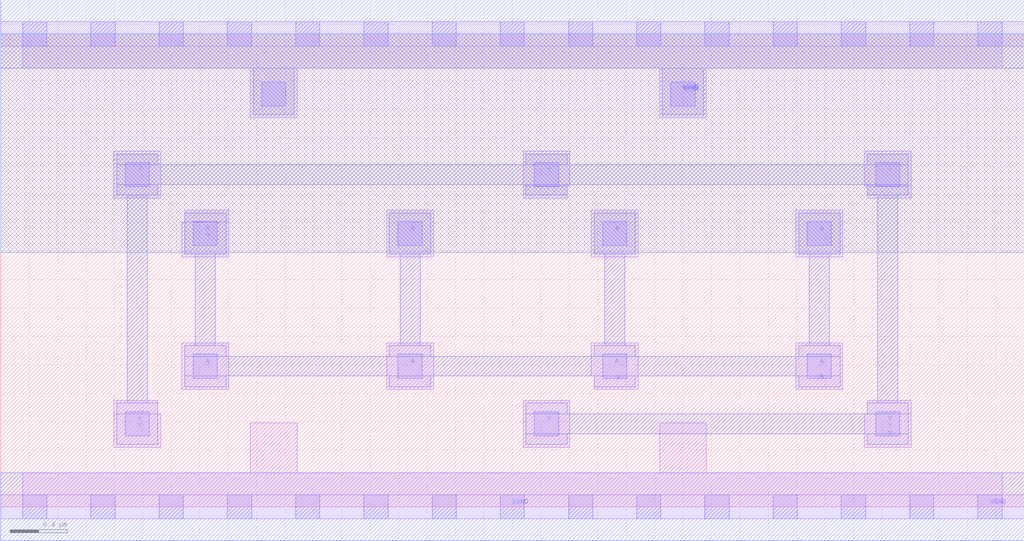
<source format=lef>
VERSION 5.7 ;
  NOWIREEXTENSIONATPIN ON ;
  DIVIDERCHAR "/" ;
  BUSBITCHARS "[]" ;
MACRO INVX8
  CLASS CORE ;
  FOREIGN INVX8 ;
  ORIGIN 0.000 0.000 ;
  SIZE 7.200 BY 3.330 ;
  SYMMETRY X Y ;
  SITE unit ;
  PIN A
    ANTENNAGATEAREA 0.756000 ;
    PORT
      LAYER met1 ;
        RECT 1.295 1.780 1.585 2.070 ;
        RECT 2.735 1.780 3.025 2.070 ;
        RECT 4.175 1.780 4.465 2.070 ;
        RECT 5.615 1.780 5.905 2.070 ;
        RECT 1.370 1.135 1.510 1.780 ;
        RECT 2.810 1.135 2.950 1.780 ;
        RECT 4.250 1.135 4.390 1.780 ;
        RECT 5.690 1.135 5.830 1.780 ;
        RECT 1.295 1.060 1.585 1.135 ;
        RECT 2.735 1.060 3.025 1.135 ;
        RECT 4.175 1.060 4.465 1.135 ;
        RECT 5.615 1.060 5.905 1.135 ;
        RECT 1.295 0.920 5.905 1.060 ;
        RECT 1.295 0.845 1.585 0.920 ;
        RECT 2.735 0.845 3.025 0.920 ;
        RECT 4.175 0.845 4.465 0.920 ;
        RECT 5.615 0.845 5.905 0.920 ;
    END
    PORT
      LAYER li1 ;
        RECT 2.715 0.825 3.045 1.155 ;
      LAYER mcon ;
        RECT 2.795 0.905 2.965 1.075 ;
    END
    PORT
      LAYER li1 ;
        RECT 4.155 0.920 4.485 1.155 ;
        RECT 4.175 0.825 4.485 0.920 ;
      LAYER mcon ;
        RECT 4.235 0.905 4.405 1.075 ;
    END
    PORT
      LAYER li1 ;
        RECT 5.595 0.825 5.925 1.155 ;
      LAYER mcon ;
        RECT 5.675 0.905 5.845 1.075 ;
    END
    PORT
      LAYER li1 ;
        RECT 1.275 0.825 1.605 1.155 ;
      LAYER mcon ;
        RECT 1.355 0.905 1.525 1.075 ;
    END
    PORT
      LAYER li1 ;
        RECT 1.295 2.005 1.605 2.090 ;
        RECT 1.275 1.760 1.605 2.005 ;
      LAYER mcon ;
        RECT 1.355 1.840 1.525 2.010 ;
    END
    PORT
      LAYER li1 ;
        RECT 2.715 1.760 3.045 2.090 ;
      LAYER mcon ;
        RECT 2.795 1.840 2.965 2.010 ;
    END
    PORT
      LAYER li1 ;
        RECT 4.155 1.760 4.485 2.090 ;
      LAYER mcon ;
        RECT 4.235 1.840 4.405 2.010 ;
    END
    PORT
      LAYER li1 ;
        RECT 5.595 1.760 5.925 2.090 ;
      LAYER mcon ;
        RECT 5.675 1.840 5.845 2.010 ;
    END
  END A
  PIN VGND
    ANTENNADIFFAREA 1.083600 ;
    PORT
      LAYER met1 ;
        RECT 0.000 -0.240 7.200 0.240 ;
    END
    PORT
      LAYER li1 ;
        RECT 1.755 0.240 2.085 0.590 ;
        RECT 4.635 0.240 4.965 0.590 ;
        RECT 0.155 0.085 7.045 0.240 ;
        RECT 0.000 -0.085 7.200 0.085 ;
      LAYER mcon ;
        RECT 0.155 -0.085 0.325 0.085 ;
        RECT 0.635 -0.085 0.805 0.085 ;
        RECT 1.115 -0.085 1.285 0.085 ;
        RECT 1.595 -0.085 1.765 0.085 ;
        RECT 2.075 -0.085 2.245 0.085 ;
        RECT 2.555 -0.085 2.725 0.085 ;
        RECT 3.035 -0.085 3.205 0.085 ;
        RECT 3.515 -0.085 3.685 0.085 ;
        RECT 3.995 -0.085 4.165 0.085 ;
        RECT 4.475 -0.085 4.645 0.085 ;
        RECT 4.955 -0.085 5.125 0.085 ;
        RECT 5.435 -0.085 5.605 0.085 ;
        RECT 5.915 -0.085 6.085 0.085 ;
        RECT 6.395 -0.085 6.565 0.085 ;
        RECT 6.875 -0.085 7.045 0.085 ;
    END
    PORT
      LAYER met1 ;
        RECT 0.000 3.090 7.200 3.570 ;
        RECT 1.775 2.760 2.065 3.090 ;
        RECT 4.655 2.760 4.945 3.090 ;
    END
  END VGND
  PIN VPWR
    ANTENNADIFFAREA 2.167200 ;
    PORT
      LAYER li1 ;
        RECT 0.000 3.245 7.200 3.415 ;
        RECT 0.155 3.090 7.045 3.245 ;
        RECT 1.755 2.740 2.085 3.090 ;
        RECT 4.635 2.740 4.965 3.090 ;
      LAYER mcon ;
        RECT 0.155 3.245 0.325 3.415 ;
        RECT 0.635 3.245 0.805 3.415 ;
        RECT 1.115 3.245 1.285 3.415 ;
        RECT 1.595 3.245 1.765 3.415 ;
        RECT 2.075 3.245 2.245 3.415 ;
        RECT 2.555 3.245 2.725 3.415 ;
        RECT 3.035 3.245 3.205 3.415 ;
        RECT 3.515 3.245 3.685 3.415 ;
        RECT 3.995 3.245 4.165 3.415 ;
        RECT 4.475 3.245 4.645 3.415 ;
        RECT 4.955 3.245 5.125 3.415 ;
        RECT 5.435 3.245 5.605 3.415 ;
        RECT 5.915 3.245 6.085 3.415 ;
        RECT 6.395 3.245 6.565 3.415 ;
        RECT 6.875 3.245 7.045 3.415 ;
        RECT 1.835 2.820 2.005 2.990 ;
        RECT 4.715 2.820 4.885 2.990 ;
    END
  END VPWR
  PIN Y
    ANTENNADIFFAREA 3.724950 ;
    PORT
      LAYER met1 ;
        RECT 0.815 2.410 1.105 2.485 ;
        RECT 3.695 2.410 3.985 2.485 ;
        RECT 6.095 2.410 6.385 2.485 ;
        RECT 0.815 2.270 6.385 2.410 ;
        RECT 0.815 2.195 1.105 2.270 ;
        RECT 3.695 2.195 3.985 2.270 ;
        RECT 6.095 2.195 6.385 2.270 ;
        RECT 0.890 0.730 1.030 2.195 ;
        RECT 6.170 0.730 6.310 2.195 ;
        RECT 0.815 0.440 1.105 0.730 ;
        RECT 3.695 0.655 3.985 0.730 ;
        RECT 6.095 0.655 6.385 0.730 ;
        RECT 3.695 0.515 6.385 0.655 ;
        RECT 3.695 0.440 3.985 0.515 ;
        RECT 6.095 0.440 6.385 0.515 ;
    END
    PORT
      LAYER li1 ;
        RECT 6.095 0.655 6.405 0.750 ;
        RECT 6.075 0.420 6.405 0.655 ;
      LAYER mcon ;
        RECT 6.155 0.500 6.325 0.670 ;
    END
    PORT
      LAYER li1 ;
        RECT 3.675 0.420 4.005 0.750 ;
      LAYER mcon ;
        RECT 3.755 0.500 3.925 0.670 ;
    END
    PORT
      LAYER li1 ;
        RECT 0.795 0.655 1.105 0.750 ;
        RECT 0.795 0.420 1.125 0.655 ;
      LAYER mcon ;
        RECT 0.875 0.500 1.045 0.670 ;
    END
    PORT
      LAYER li1 ;
        RECT 0.795 2.175 1.125 2.505 ;
      LAYER mcon ;
        RECT 0.875 2.255 1.045 2.425 ;
    END
    PORT
      LAYER li1 ;
        RECT 3.675 2.260 4.005 2.505 ;
        RECT 3.675 2.175 3.985 2.260 ;
      LAYER mcon ;
        RECT 3.755 2.255 3.925 2.425 ;
    END
    PORT
      LAYER li1 ;
        RECT 6.075 2.260 6.405 2.505 ;
        RECT 6.095 2.175 6.405 2.260 ;
      LAYER mcon ;
        RECT 6.155 2.255 6.325 2.425 ;
    END
  END Y
  OBS
      LAYER nwell ;
        RECT 0.000 1.790 7.200 3.330 ;
  END
END INVX8
END LIBRARY


</source>
